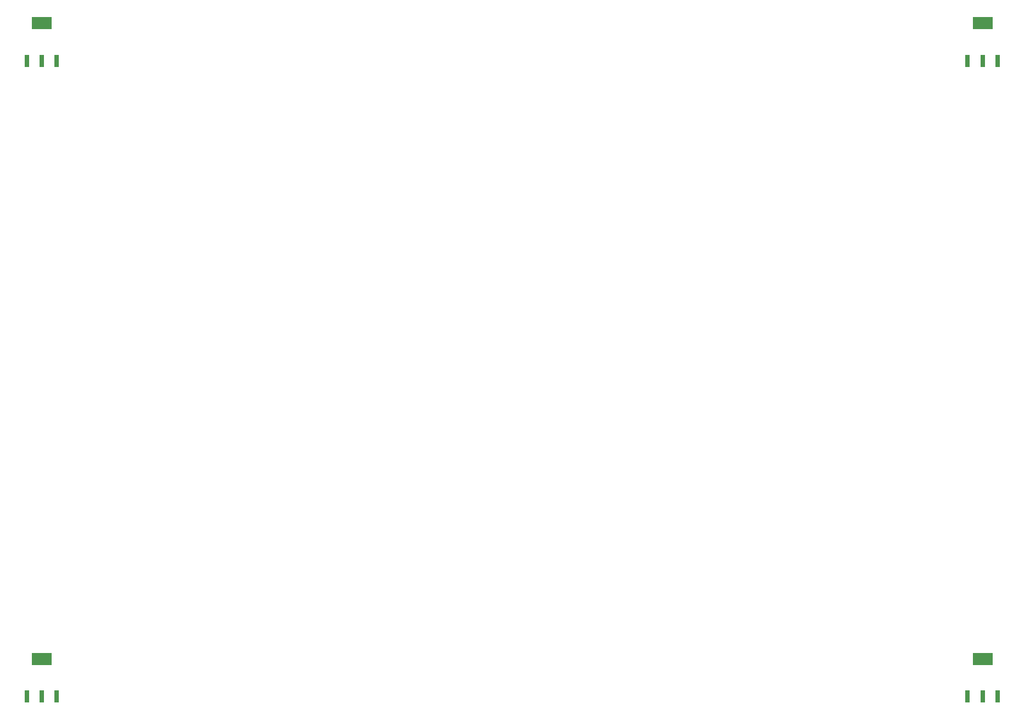
<source format=gbr>
G04 DipTrace 2.4.0.2*
%INBottomPaste.gbr*%
%MOIN*%
%ADD80R,0.1201X0.0768*%
%ADD82R,0.0295X0.0768*%
%FSLAX44Y44*%
G04*
G70*
G90*
G75*
G01*
%LNBotPaste*%
%LPD*%
D82*
X38116Y64769D3*
X37211D3*
X36305D3*
D80*
X37211Y67053D3*
D82*
X38116Y26187D3*
X37211D3*
X36305D3*
D80*
X37211Y28470D3*
D82*
X95203Y64769D3*
X94297D3*
X93392D3*
D80*
X94297Y67053D3*
D82*
X95203Y26187D3*
X94297D3*
X93392D3*
D80*
X94297Y28470D3*
M02*

</source>
